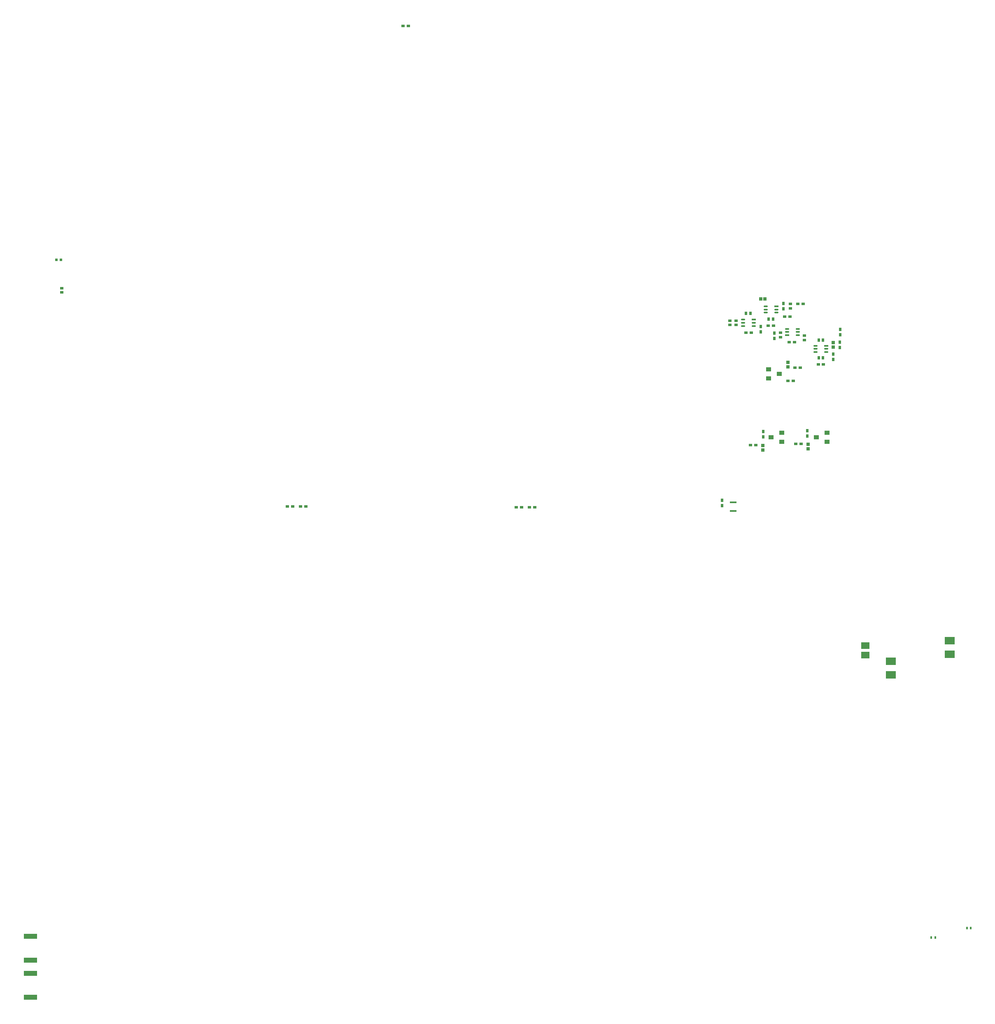
<source format=gbp>
G04*
G04 #@! TF.GenerationSoftware,Altium Limited,Altium Designer,20.2.4 (192)*
G04*
G04 Layer_Color=128*
%FSLAX24Y24*%
%MOIN*%
G70*
G04*
G04 #@! TF.SameCoordinates,B9BB7F2B-B7AC-4897-A438-396A0F5AD448*
G04*
G04*
G04 #@! TF.FilePolarity,Positive*
G04*
G01*
G75*
%ADD26R,0.0236X0.0276*%
%ADD36R,0.0811X0.0638*%
%ADD42R,0.0276X0.0236*%
%ADD43R,0.0256X0.0252*%
%ADD50R,0.0252X0.0256*%
%ADD56R,0.0654X0.0567*%
%ADD175R,0.0197X0.0197*%
%ADD176R,0.0252X0.0197*%
%ADD177R,0.0531X0.0138*%
%ADD178O,0.0335X0.0118*%
%ADD179R,0.0335X0.0118*%
%ADD180R,0.0197X0.0252*%
%ADD181R,0.0433X0.0335*%
%ADD182R,0.0252X0.0236*%
%ADD183R,0.0118X0.0197*%
%ADD184R,0.1063X0.0413*%
D26*
X60600Y53848D02*
D03*
Y53415D02*
D03*
X70138Y67244D02*
D03*
Y67677D02*
D03*
X69568Y65689D02*
D03*
Y65256D02*
D03*
X70128Y66201D02*
D03*
Y66634D02*
D03*
X63907Y58986D02*
D03*
Y59419D02*
D03*
X67480Y59055D02*
D03*
Y59488D02*
D03*
X63731Y67480D02*
D03*
Y67913D02*
D03*
X64803Y67391D02*
D03*
Y66958D02*
D03*
X65561Y69331D02*
D03*
Y69764D02*
D03*
D36*
X74252Y39705D02*
D03*
Y40807D02*
D03*
X79016Y41378D02*
D03*
Y42480D02*
D03*
D42*
X35177Y92244D02*
D03*
X34744D02*
D03*
X66535Y58396D02*
D03*
X66969D02*
D03*
X25397Y53356D02*
D03*
X25830D02*
D03*
X26457Y53337D02*
D03*
X26890D02*
D03*
X43917Y53287D02*
D03*
X44350D02*
D03*
X45413Y53278D02*
D03*
X44980D02*
D03*
X68800Y64843D02*
D03*
X68367D02*
D03*
X66496Y64587D02*
D03*
X66929D02*
D03*
X62884Y58307D02*
D03*
X63317D02*
D03*
X65915Y63504D02*
D03*
X66348D02*
D03*
X62934Y67402D02*
D03*
X62501D02*
D03*
X64754Y67980D02*
D03*
X64321D02*
D03*
X67155Y69754D02*
D03*
X66722D02*
D03*
X66083Y68701D02*
D03*
X65650D02*
D03*
X66024Y66633D02*
D03*
X66457D02*
D03*
D43*
X64065Y70125D02*
D03*
X63711D02*
D03*
D50*
X69568Y66594D02*
D03*
Y66240D02*
D03*
X65925Y64655D02*
D03*
Y65010D02*
D03*
X63873Y58278D02*
D03*
Y57923D02*
D03*
X67559Y58012D02*
D03*
Y58366D02*
D03*
D56*
X72185Y42077D02*
D03*
Y41297D02*
D03*
D175*
X6693Y73307D02*
D03*
X7047D02*
D03*
D176*
X7126Y71024D02*
D03*
Y70669D02*
D03*
X66114Y69744D02*
D03*
Y69390D02*
D03*
X61733Y68386D02*
D03*
Y68031D02*
D03*
X65325Y67046D02*
D03*
Y67400D02*
D03*
D177*
X61496Y52972D02*
D03*
Y53661D02*
D03*
D178*
X68151Y65846D02*
D03*
Y66102D02*
D03*
Y66358D02*
D03*
X69017Y65846D02*
D03*
Y66102D02*
D03*
X62274Y67953D02*
D03*
Y68209D02*
D03*
Y68465D02*
D03*
X63141Y67953D02*
D03*
Y68209D02*
D03*
X64114Y69035D02*
D03*
Y69291D02*
D03*
Y69547D02*
D03*
X64980Y69035D02*
D03*
Y69291D02*
D03*
X66713Y67715D02*
D03*
Y67460D02*
D03*
Y67204D02*
D03*
X65846Y67715D02*
D03*
Y67460D02*
D03*
D179*
X69017Y66358D02*
D03*
X63141Y68465D02*
D03*
X64980Y69547D02*
D03*
X65846Y67204D02*
D03*
D180*
X68407Y66811D02*
D03*
X68761D02*
D03*
Y65374D02*
D03*
X68407D02*
D03*
X62521Y68986D02*
D03*
X62875D02*
D03*
X64715Y68519D02*
D03*
X64360D02*
D03*
D181*
X65226Y64075D02*
D03*
X64360Y64449D02*
D03*
Y63701D02*
D03*
X68228Y58937D02*
D03*
X69094Y58563D02*
D03*
Y59311D02*
D03*
X64537Y58947D02*
D03*
X65404Y58573D02*
D03*
Y59321D02*
D03*
D182*
X61221Y68386D02*
D03*
Y68031D02*
D03*
X67234Y67164D02*
D03*
Y66810D02*
D03*
D183*
X80404Y19222D02*
D03*
X80718D02*
D03*
X77847Y18435D02*
D03*
X77532D02*
D03*
D184*
X4567Y18543D02*
D03*
Y16614D02*
D03*
Y15551D02*
D03*
Y13622D02*
D03*
M02*

</source>
